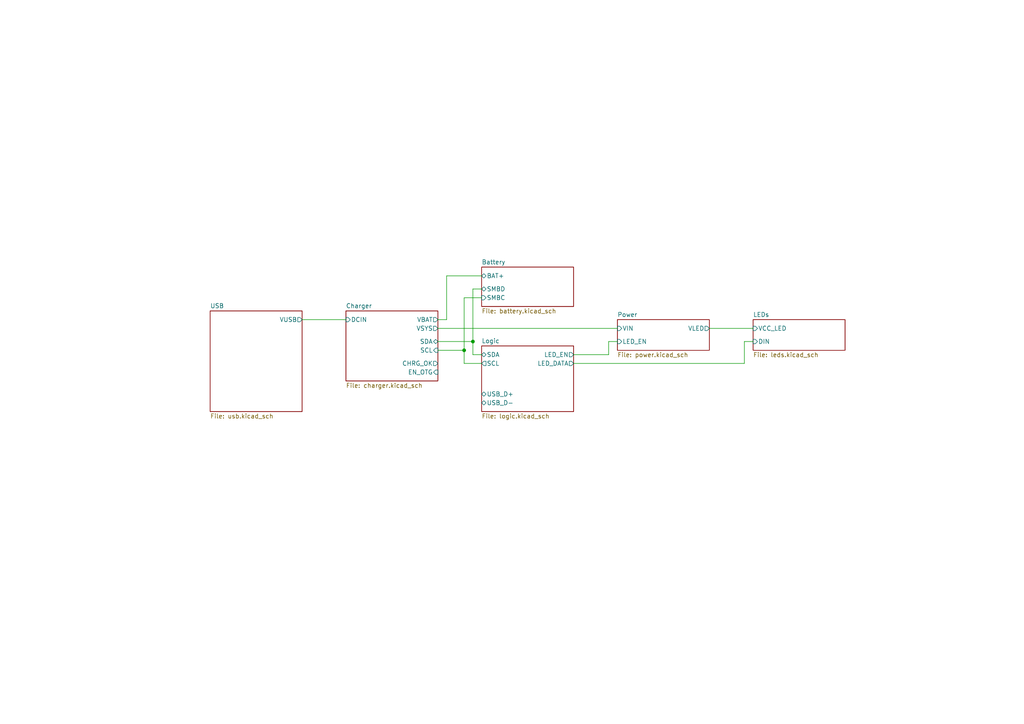
<source format=kicad_sch>
(kicad_sch (version 20230121) (generator eeschema)
  (paper "A4")
  (lib_symbols)
  (junction (at 137.16 99.06))
  (junction (at 134.62 101.6))
  (wire (pts (xy 127 99.06) (xy 137.16 99.06)))
  (wire (pts (xy 134.62 101.6) (xy 134.62 105.41)))
  (wire (pts (xy 176.53 99.06) (xy 176.53 102.87)))
  (wire (pts (xy 166.37 105.41) (xy 215.9 105.41)))
  (wire (pts (xy 139.7 86.36) (xy 134.62 86.36)))
  (wire (pts (xy 137.16 83.82) (xy 139.7 83.82)))
  (wire (pts (xy 134.62 86.36) (xy 134.62 101.6)))
  (wire (pts (xy 215.9 105.41) (xy 215.9 99.06)))
  (wire (pts (xy 137.16 99.06) (xy 137.16 102.87)))
  (wire (pts (xy 139.7 102.87) (xy 137.16 102.87)))
  (wire (pts (xy 127 92.71) (xy 129.54 92.71)))
  (wire (pts (xy 134.62 105.41) (xy 139.7 105.41)))
  (wire (pts (xy 127 101.6) (xy 134.62 101.6)))
  (wire (pts (xy 87.63 92.71) (xy 100.33 92.71)))
  (wire (pts (xy 179.07 99.06) (xy 176.53 99.06)))
  (wire (pts (xy 127 95.25) (xy 179.07 95.25)))
  (wire (pts (xy 166.37 102.87) (xy 176.53 102.87)))
  (wire (pts (xy 215.9 99.06) (xy 218.44 99.06)))
  (wire (pts (xy 129.54 80.01) (xy 129.54 92.71)))
  (wire (pts (xy 139.7 80.01) (xy 129.54 80.01)))
  (wire (pts (xy 137.16 83.82) (xy 137.16 99.06)))
  (wire (pts (xy 205.74 95.25) (xy 218.44 95.25)))
  (sheet (at 139.7 100.33) (size 26.67 19.05) (stroke (width 0.1524))
    (property "Sheetname" "Logic" (at 139.7 99.6184 0) (effects (justify left bottom)))
    (property "Sheetfile" "logic.kicad_sch" (at 139.7 119.9646 0) (effects (justify left top)))
    (pin "SCL" output (at 139.7 105.41 180))
    (pin "SDA" bidirectional (at 139.7 102.87 180))
    (pin "USB_D+" bidirectional (at 139.7 114.3 180))
    (pin "USB_D-" bidirectional (at 139.7 116.84 180))
    (pin "LED_EN" output (at 166.37 102.87 0))
    (pin "LED_DATA" output (at 166.37 105.41 0))
  )
  (sheet (at 139.7 77.47) (size 26.67 11.43) (stroke (width 0.1524))
    (property "Sheetname" "Battery" (at 139.7 76.7584 0) (effects (justify left bottom)))
    (property "Sheetfile" "battery.kicad_sch" (at 139.7 89.4846 0) (effects (justify left top)))
    (pin "BAT+" bidirectional (at 139.7 80.01 180))
    (pin "SMBC" input (at 139.7 86.36 180))
    (pin "SMBD" bidirectional (at 139.7 83.82 180))
  )
  (sheet (at 218.44 92.71) (size 26.67 8.89) (stroke (width 0.1524))
    (property "Sheetname" "LEDs" (at 218.44 91.9984 0) (effects (justify left bottom)))
    (property "Sheetfile" "leds.kicad_sch" (at 218.44 102.1846 0) (effects (justify left top)))
    (pin "DIN" input (at 218.44 99.06 180))
    (pin "VCC_LED" input (at 218.44 95.25 180))
  )
  (sheet (at 60.96 90.17) (size 26.67 29.21) (stroke (width 0.1524))
    (property "Sheetname" "USB" (at 60.96 89.4584 0) (effects (justify left bottom)))
    (property "Sheetfile" "usb.kicad_sch" (at 60.96 119.9646 0) (effects (justify left top)))
    (pin "VUSB" output (at 87.63 92.71 0))
  )
  (sheet (at 100.33 90.17) (size 26.67 20.32) (stroke (width 0.1524))
    (property "Sheetname" "Charger" (at 100.33 89.4584 0) (effects (justify left bottom)))
    (property "Sheetfile" "charger.kicad_sch" (at 100.33 111.0746 0) (effects (justify left top)))
    (pin "DCIN" input (at 100.33 92.71 180))
    (pin "VSYS" output (at 127 95.25 0))
    (pin "VBAT" output (at 127 92.71 0))
    (pin "SDA" bidirectional (at 127 99.06 0))
    (pin "CHRG_OK" output (at 127 105.41 0))
    (pin "EN_OTG" input (at 127 107.95 0))
    (pin "SCL" input (at 127 101.6 0))
  )
  (sheet (at 179.07 92.71) (size 26.67 8.89) (stroke (width 0.1524))
    (property "Sheetname" "Power" (at 179.07 91.9984 0) (effects (justify left bottom)))
    (property "Sheetfile" "power.kicad_sch" (at 179.07 102.1846 0) (effects (justify left top)))
    (pin "VLED" output (at 205.74 95.25 0))
    (pin "VIN" input (at 179.07 95.25 180))
    (pin "LED_EN" input (at 179.07 99.06 180))
  )
)
</source>
